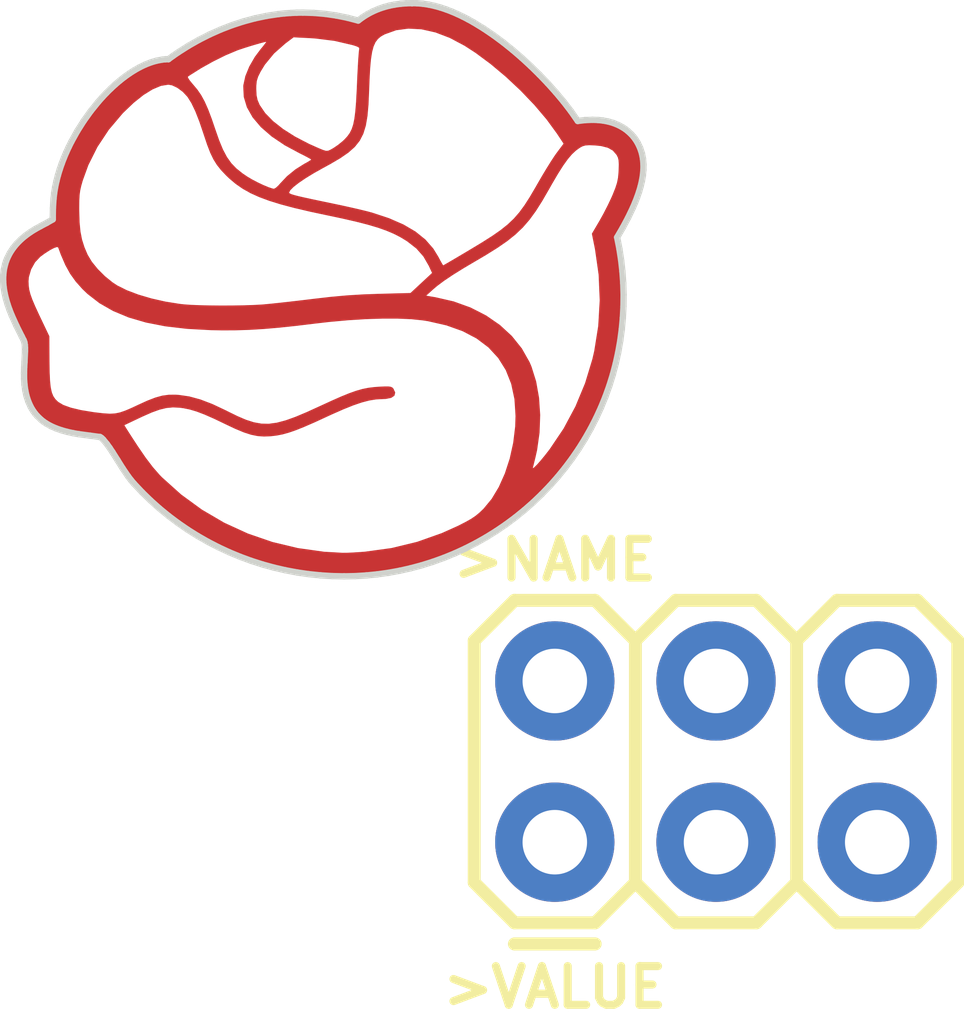
<source format=kicad_pcb>
(kicad_pcb (version 20171130) (host pcbnew 5.1.2)

  (general
    (thickness 1.6)
    (drawings 242)
    (tracks 0)
    (zones 0)
    (modules 2)
    (nets 1)
  )

  (page A4)
  (layers
    (0 F.Cu signal)
    (31 B.Cu signal)
    (32 B.Adhes user)
    (33 F.Adhes user)
    (34 B.Paste user)
    (35 F.Paste user)
    (36 B.SilkS user)
    (37 F.SilkS user)
    (38 B.Mask user)
    (39 F.Mask user)
    (40 Dwgs.User user)
    (41 Cmts.User user)
    (42 Eco1.User user)
    (43 Eco2.User user)
    (44 Edge.Cuts user)
    (45 Margin user)
    (46 B.CrtYd user)
    (47 F.CrtYd user)
    (48 B.Fab user)
    (49 F.Fab user)
  )

  (setup
    (last_trace_width 0.25)
    (trace_clearance 0.2)
    (zone_clearance 0.508)
    (zone_45_only no)
    (trace_min 0.2)
    (via_size 0.6)
    (via_drill 0.4)
    (via_min_size 0.4)
    (via_min_drill 0.3)
    (uvia_size 0.3)
    (uvia_drill 0.1)
    (uvias_allowed no)
    (uvia_min_size 0.2)
    (uvia_min_drill 0.1)
    (edge_width 0.15)
    (segment_width 0.2)
    (pcb_text_width 0.3)
    (pcb_text_size 1.5 1.5)
    (mod_edge_width 0.15)
    (mod_text_size 1 1)
    (mod_text_width 0.15)
    (pad_size 1.524 1.524)
    (pad_drill 0.762)
    (pad_to_mask_clearance 0.2)
    (aux_axis_origin 0 0)
    (visible_elements FFFFFF7F)
    (pcbplotparams
      (layerselection 0x010f0_80000001)
      (usegerberextensions false)
      (usegerberattributes false)
      (usegerberadvancedattributes false)
      (creategerberjobfile false)
      (excludeedgelayer true)
      (linewidth 0.100000)
      (plotframeref false)
      (viasonmask false)
      (mode 1)
      (useauxorigin false)
      (hpglpennumber 1)
      (hpglpenspeed 20)
      (hpglpendiameter 15.000000)
      (psnegative false)
      (psa4output false)
      (plotreference true)
      (plotvalue true)
      (plotinvisibletext false)
      (padsonsilk false)
      (subtractmaskfromsilk false)
      (outputformat 1)
      (mirror false)
      (drillshape 1)
      (scaleselection 1)
      (outputdirectory "gerbers/"))
  )

  (net 0 "")

  (net_class Default "This is the default net class."
    (clearance 0.2)
    (trace_width 0.25)
    (via_dia 0.6)
    (via_drill 0.4)
    (uvia_dia 0.3)
    (uvia_drill 0.1)
  )

  (module Sparkfun_Connectors:2X3 (layer F.Cu) (tedit 5963E22E) (tstamp 5D17D982)
    (at -3.048 2.286)
    (descr "PLATED THROUGH HOLE - 2X3")
    (tags "PLATED THROUGH HOLE - 2X3")
    (attr virtual)
    (fp_text reference >NAME (at 0 -4.445) (layer F.SilkS)
      (effects (font (size 0.6096 0.6096) (thickness 0.127)))
    )
    (fp_text value >VALUE (at 0 2.286) (layer F.SilkS)
      (effects (font (size 0.6096 0.6096) (thickness 0.127)))
    )
    (fp_line (start -0.635 1.60274) (end 0.635 1.60274) (layer F.SilkS) (width 0.2032))
    (fp_line (start 0.635 1.60274) (end -0.635 1.60274) (layer F.SilkS) (width 0.2032))
    (fp_line (start -0.635 1.27) (end 0.635 1.27) (layer F.SilkS) (width 0.2032))
    (fp_line (start 1.905 1.27) (end 3.175 1.27) (layer F.SilkS) (width 0.2032))
    (fp_line (start 4.445 1.27) (end 5.715 1.27) (layer F.SilkS) (width 0.2032))
    (fp_line (start 6.35 -3.175) (end 6.35 0.635) (layer F.SilkS) (width 0.2032))
    (fp_line (start 3.81 -3.175) (end 3.81 0.635) (layer F.SilkS) (width 0.2032))
    (fp_line (start 1.27 -3.175) (end 1.27 0.635) (layer F.SilkS) (width 0.2032))
    (fp_line (start 5.715 -3.81) (end 6.35 -3.175) (layer F.SilkS) (width 0.2032))
    (fp_line (start 4.445 -3.81) (end 5.715 -3.81) (layer F.SilkS) (width 0.2032))
    (fp_line (start 3.81 -3.175) (end 4.445 -3.81) (layer F.SilkS) (width 0.2032))
    (fp_line (start 3.175 -3.81) (end 3.81 -3.175) (layer F.SilkS) (width 0.2032))
    (fp_line (start 1.905 -3.81) (end 3.175 -3.81) (layer F.SilkS) (width 0.2032))
    (fp_line (start 1.27 -3.175) (end 1.905 -3.81) (layer F.SilkS) (width 0.2032))
    (fp_line (start 0.635 -3.81) (end 1.27 -3.175) (layer F.SilkS) (width 0.2032))
    (fp_line (start -0.635 -3.81) (end 0.635 -3.81) (layer F.SilkS) (width 0.2032))
    (fp_line (start -1.27 -3.175) (end -0.635 -3.81) (layer F.SilkS) (width 0.2032))
    (fp_line (start -1.27 0.635) (end -1.27 -3.175) (layer F.SilkS) (width 0.2032))
    (fp_line (start 5.715 1.27) (end 6.35 0.635) (layer F.SilkS) (width 0.2032))
    (fp_line (start 3.81 0.635) (end 4.445 1.27) (layer F.SilkS) (width 0.2032))
    (fp_line (start 3.175 1.27) (end 3.81 0.635) (layer F.SilkS) (width 0.2032))
    (fp_line (start 1.27 0.635) (end 1.905 1.27) (layer F.SilkS) (width 0.2032))
    (fp_line (start 0.635 1.27) (end 1.27 0.635) (layer F.SilkS) (width 0.2032))
    (fp_line (start -1.27 0.635) (end -0.635 1.27) (layer F.SilkS) (width 0.2032))
    (pad 6 thru_hole circle (at 5.08 -2.54) (size 1.8796 1.8796) (drill 1.016) (layers *.Cu *.Mask)
      (solder_mask_margin 0.1016))
    (pad 5 thru_hole circle (at 5.08 0) (size 1.8796 1.8796) (drill 1.016) (layers *.Cu *.Mask)
      (solder_mask_margin 0.1016))
    (pad 4 thru_hole circle (at 2.54 -2.54) (size 1.8796 1.8796) (drill 1.016) (layers *.Cu *.Mask)
      (solder_mask_margin 0.1016))
    (pad 3 thru_hole circle (at 2.54 0) (size 1.8796 1.8796) (drill 1.016) (layers *.Cu *.Mask)
      (solder_mask_margin 0.1016))
    (pad 2 thru_hole circle (at 0 -2.54) (size 1.8796 1.8796) (drill 1.016) (layers *.Cu *.Mask)
      (solder_mask_margin 0.1016))
    (pad 1 thru_hole circle (at 0 0) (size 1.8796 1.8796) (drill 1.016) (layers *.Cu *.Mask)
      (solder_mask_margin 0.1016))
  )

  (module LOGO (layer F.Cu) (tedit 0) (tstamp 0)
    (at 0 0)
    (fp_text reference G*** (at 0 0) (layer F.SilkS) hide
      (effects (font (size 1.524 1.524) (thickness 0.3)))
    )
    (fp_text value LOGO (at 0.75 0) (layer F.SilkS) hide
      (effects (font (size 1.524 1.524) (thickness 0.3)))
    )
    (fp_poly (pts (xy -5.114668 -10.902395) (xy -4.953843 -10.879276) (xy -4.795776 -10.836561) (xy -4.627051 -10.770991)
      (xy -4.520312 -10.721826) (xy -4.29622 -10.60014) (xy -4.059815 -10.446482) (xy -3.817872 -10.266667)
      (xy -3.577165 -10.066509) (xy -3.34447 -9.851822) (xy -3.126561 -9.62842) (xy -2.930214 -9.402118)
      (xy -2.82575 -9.267601) (xy -2.677584 -9.067475) (xy -2.524239 -9.076764) (xy -2.328778 -9.072613)
      (xy -2.150516 -9.036909) (xy -1.993607 -8.97161) (xy -1.862205 -8.878674) (xy -1.760463 -8.760056)
      (xy -1.726468 -8.700844) (xy -1.687565 -8.614731) (xy -1.663805 -8.536256) (xy -1.651998 -8.449681)
      (xy -1.648955 -8.339266) (xy -1.649063 -8.318926) (xy -1.667089 -8.138379) (xy -1.717334 -7.937051)
      (xy -1.798214 -7.719647) (xy -1.908145 -7.490873) (xy -1.95819 -7.400217) (xy -2.053611 -7.233351)
      (xy -2.021678 -7.050967) (xy -1.970853 -6.648708) (xy -1.956785 -6.239167) (xy -1.979104 -5.830389)
      (xy -2.037444 -5.430415) (xy -2.109761 -5.122334) (xy -2.243198 -4.719618) (xy -2.41416 -4.33416)
      (xy -2.620562 -3.968275) (xy -2.860321 -3.624279) (xy -3.131351 -3.304487) (xy -3.431571 -3.011214)
      (xy -3.758894 -2.746777) (xy -4.111237 -2.51349) (xy -4.486516 -2.31367) (xy -4.735037 -2.205507)
      (xy -5.118702 -2.07368) (xy -5.518231 -1.976862) (xy -5.925767 -1.916262) (xy -6.333453 -1.893089)
      (xy -6.688667 -1.904815) (xy -7.113712 -1.958158) (xy -7.529662 -2.050672) (xy -7.933259 -2.180845)
      (xy -8.321247 -2.347164) (xy -8.690367 -2.548118) (xy -9.037363 -2.782193) (xy -9.358977 -3.047877)
      (xy -9.549072 -3.232857) (xy -9.675746 -3.376434) (xy -9.809539 -3.550404) (xy -9.931486 -3.727415)
      (xy -9.999011 -3.829319) (xy -10.060409 -3.919694) (xy -10.111219 -3.992152) (xy -10.146981 -4.040303)
      (xy -10.161414 -4.056761) (xy -10.193732 -4.069545) (xy -10.258239 -4.085519) (xy -10.345133 -4.102513)
      (xy -10.430665 -4.116344) (xy -10.648988 -4.15526) (xy -10.830221 -4.203789) (xy -10.979037 -4.264609)
      (xy -11.100109 -4.340401) (xy -11.198107 -4.433841) (xy -11.277705 -4.54761) (xy -11.317726 -4.624917)
      (xy -11.337765 -4.669522) (xy -11.352903 -4.710294) (xy -11.364037 -4.754312) (xy -11.37206 -4.808653)
      (xy -11.377868 -4.880396) (xy -11.382356 -4.976618) (xy -11.386419 -5.104397) (xy -11.388666 -5.185834)
      (xy -11.400399 -5.61975) (xy -11.501115 -5.818816) (xy -11.579933 -5.981432) (xy -11.637691 -6.118912)
      (xy -11.677211 -6.241069) (xy -11.701317 -6.357718) (xy -11.71283 -6.478676) (xy -11.714647 -6.55222)
      (xy -11.345216 -6.55222) (xy -11.342606 -6.482906) (xy -11.333292 -6.416221) (xy -11.314802 -6.344595)
      (xy -11.284667 -6.260457) (xy -11.240417 -6.156239) (xy -11.179581 -6.024369) (xy -11.158345 -5.979584)
      (xy -11.01725 -5.68325) (xy -11.014929 -5.286624) (xy -11.012429 -5.116158) (xy -11.006298 -4.981982)
      (xy -10.995244 -4.87812) (xy -10.977978 -4.798591) (xy -10.953206 -4.73742) (xy -10.919639 -4.688627)
      (xy -10.876738 -4.646867) (xy -10.79498 -4.597883) (xy -10.67309 -4.554021) (xy -10.513023 -4.515828)
      (xy -10.316733 -4.483853) (xy -10.276417 -4.47864) (xy -10.155995 -4.464935) (xy -10.060273 -4.459122)
      (xy -9.978419 -4.463181) (xy -9.899601 -4.479094) (xy -9.812986 -4.508842) (xy -9.707742 -4.554405)
      (xy -9.608844 -4.600729) (xy -9.460418 -4.667962) (xy -9.337759 -4.714943) (xy -9.2309 -4.744114)
      (xy -9.129871 -4.757915) (xy -9.024703 -4.758789) (xy -8.975651 -4.755793) (xy -8.810414 -4.73204)
      (xy -8.63458 -4.684397) (xy -8.442024 -4.610812) (xy -8.226622 -4.509235) (xy -8.202673 -4.496987)
      (xy -8.049422 -4.421333) (xy -7.913798 -4.363552) (xy -7.789715 -4.323993) (xy -7.671086 -4.302999)
      (xy -7.551823 -4.300918) (xy -7.425841 -4.318094) (xy -7.287053 -4.354873) (xy -7.129372 -4.411602)
      (xy -6.946711 -4.488625) (xy -6.74719 -4.579656) (xy -6.563603 -4.664133) (xy -6.411197 -4.731196)
      (xy -6.283588 -4.782947) (xy -6.174391 -4.821489) (xy -6.077222 -4.848925) (xy -5.985697 -4.867359)
      (xy -5.89343 -4.878891) (xy -5.822786 -4.884112) (xy -5.728018 -4.888682) (xy -5.66635 -4.88845)
      (xy -5.628711 -4.882328) (xy -5.60603 -4.869224) (xy -5.595245 -4.856764) (xy -5.567611 -4.797264)
      (xy -5.579157 -4.750457) (xy -5.628226 -4.717871) (xy -5.713164 -4.701037) (xy -5.766043 -4.699)
      (xy -5.867021 -4.693595) (xy -5.97418 -4.676176) (xy -6.093165 -4.64494) (xy -6.229617 -4.598086)
      (xy -6.38918 -4.53381) (xy -6.577496 -4.45031) (xy -6.651311 -4.416178) (xy -6.839219 -4.329947)
      (xy -6.995904 -4.261577) (xy -7.127465 -4.208951) (xy -7.240001 -4.169956) (xy -7.339614 -4.142475)
      (xy -7.432403 -4.124393) (xy -7.523732 -4.113657) (xy -7.630208 -4.109272) (xy -7.730962 -4.116506)
      (xy -7.834256 -4.137576) (xy -7.948353 -4.174701) (xy -8.081518 -4.230101) (xy -8.242013 -4.305993)
      (xy -8.244417 -4.307175) (xy -8.419522 -4.390902) (xy -8.565639 -4.455076) (xy -8.68989 -4.502241)
      (xy -8.799397 -4.534939) (xy -8.901284 -4.555711) (xy -8.962866 -4.563626) (xy -9.066155 -4.568199)
      (xy -9.167712 -4.558481) (xy -9.276395 -4.532234) (xy -9.401062 -4.487223) (xy -9.550569 -4.421209)
      (xy -9.577917 -4.408296) (xy -9.671966 -4.363598) (xy -9.75101 -4.326085) (xy -9.807853 -4.299168)
      (xy -9.835299 -4.286258) (xy -9.836691 -4.285631) (xy -9.827196 -4.26827) (xy -9.797914 -4.22112)
      (xy -9.752378 -4.14972) (xy -9.694121 -4.05961) (xy -9.627064 -3.956921) (xy -9.500708 -3.772033)
      (xy -9.385515 -3.620355) (xy -9.276797 -3.495843) (xy -9.24129 -3.459433) (xy -8.938437 -3.187414)
      (xy -8.610255 -2.948231) (xy -8.259477 -2.74303) (xy -7.888841 -2.572953) (xy -7.501081 -2.439144)
      (xy -7.098932 -2.342748) (xy -6.685129 -2.284909) (xy -6.392334 -2.268031) (xy -6.322251 -2.268763)
      (xy -6.224557 -2.272973) (xy -6.113765 -2.279921) (xy -6.0325 -2.286339) (xy -5.618552 -2.343193)
      (xy -5.215908 -2.440841) (xy -4.82475 -2.579232) (xy -4.574872 -2.691929) (xy -4.456213 -2.751934)
      (xy -4.366115 -2.802685) (xy -4.294063 -2.851214) (xy -4.229542 -2.904551) (xy -4.167114 -2.9646)
      (xy -4.039547 -3.118834) (xy -3.926572 -3.306745) (xy -3.830557 -3.521484) (xy -3.753866 -3.7562)
      (xy -3.698868 -4.004041) (xy -3.667927 -4.258157) (xy -3.661834 -4.427499) (xy -3.679039 -4.693844)
      (xy -3.730583 -4.935471) (xy -3.816363 -5.152271) (xy -3.936275 -5.344136) (xy -4.090213 -5.51096)
      (xy -4.278074 -5.652633) (xy -4.499753 -5.76905) (xy -4.755146 -5.860101) (xy -5.044149 -5.925678)
      (xy -5.125112 -5.938591) (xy -5.305332 -5.957399) (xy -5.520328 -5.966822) (xy -5.763639 -5.967051)
      (xy -6.028805 -5.958278) (xy -6.309365 -5.940693) (xy -6.598859 -5.914489) (xy -6.82625 -5.888246)
      (xy -7.126726 -5.851943) (xy -7.393764 -5.823719) (xy -7.635381 -5.803068) (xy -7.859593 -5.789486)
      (xy -8.074416 -5.782464) (xy -8.287866 -5.781499) (xy -8.465185 -5.784807) (xy -8.84183 -5.805268)
      (xy -9.182357 -5.845033) (xy -9.48862 -5.904693) (xy -9.762474 -5.98484) (xy -10.005774 -6.086068)
      (xy -10.220376 -6.208967) (xy -10.408134 -6.354131) (xy -10.488084 -6.430678) (xy -10.593159 -6.548255)
      (xy -10.680581 -6.670383) (xy -10.756385 -6.807445) (xy -10.826609 -6.969824) (xy -10.869899 -7.087502)
      (xy -10.892161 -7.094565) (xy -10.94063 -7.078365) (xy -11.00865 -7.04233) (xy -11.089568 -6.989884)
      (xy -11.158462 -6.938928) (xy -11.241001 -6.851123) (xy -11.303977 -6.738403) (xy -11.339814 -6.616453)
      (xy -11.345216 -6.55222) (xy -11.714647 -6.55222) (xy -11.714892 -6.562112) (xy -11.714408 -6.664861)
      (xy -11.710388 -6.738302) (xy -11.700387 -6.795448) (xy -11.681962 -6.84931) (xy -11.652668 -6.912902)
      (xy -11.646715 -6.925039) (xy -11.555041 -7.068279) (xy -11.426124 -7.204877) (xy -11.265013 -7.330071)
      (xy -11.132574 -7.410116) (xy -10.95375 -7.507149) (xy -10.941053 -7.710986) (xy -10.546225 -7.710986)
      (xy -10.545998 -7.658338) (xy -10.540995 -7.481465) (xy -10.527038 -7.33467) (xy -10.501879 -7.20623)
      (xy -10.46327 -7.084424) (xy -10.413451 -6.9671) (xy -10.347284 -6.85649) (xy -10.252419 -6.739459)
      (xy -10.138973 -6.626482) (xy -10.017064 -6.528032) (xy -9.942086 -6.479129) (xy -9.791671 -6.404288)
      (xy -9.608676 -6.335177) (xy -9.402752 -6.274541) (xy -9.183546 -6.225126) (xy -8.960707 -6.189678)
      (xy -8.900584 -6.182796) (xy -8.791928 -6.174593) (xy -8.650691 -6.168584) (xy -8.486568 -6.164781)
      (xy -8.309254 -6.16319) (xy -8.128444 -6.163823) (xy -7.953834 -6.166686) (xy -7.795119 -6.171791)
      (xy -7.661994 -6.179145) (xy -7.630584 -6.181612) (xy -7.535213 -6.190621) (xy -7.407669 -6.203944)
      (xy -7.257763 -6.220486) (xy -7.095309 -6.239153) (xy -6.930119 -6.258849) (xy -6.847417 -6.269008)
      (xy -6.576529 -6.30007) (xy -6.354193 -6.320221) (xy -5.085217 -6.320221) (xy -4.927493 -6.293581)
      (xy -4.642216 -6.228024) (xy -4.376579 -6.132179) (xy -4.13366 -6.008269) (xy -3.916538 -5.85852)
      (xy -3.728291 -5.685156) (xy -3.571998 -5.490402) (xy -3.450738 -5.276481) (xy -3.419722 -5.204054)
      (xy -3.346845 -4.971123) (xy -3.301176 -4.714541) (xy -3.283114 -4.443418) (xy -3.293058 -4.166865)
      (xy -3.331408 -3.893995) (xy -3.357183 -3.77825) (xy -3.375914 -3.703177) (xy -3.391718 -3.639719)
      (xy -3.399366 -3.608917) (xy -3.394058 -3.597927) (xy -3.367145 -3.616827) (xy -3.322376 -3.661602)
      (xy -3.2635 -3.72824) (xy -3.194263 -3.812727) (xy -3.123534 -3.904237) (xy -2.905567 -4.22797)
      (xy -2.718943 -4.576566) (xy -2.566639 -4.943466) (xy -2.451633 -5.322109) (xy -2.422028 -5.450136)
      (xy -2.358854 -5.846513) (xy -2.335758 -6.250311) (xy -2.352774 -6.655229) (xy -2.409929 -7.054971)
      (xy -2.414118 -7.076082) (xy -2.458931 -7.298742) (xy -2.338928 -7.502644) (xy -2.276675 -7.61451)
      (xy -2.211385 -7.741739) (xy -2.15354 -7.863563) (xy -2.132354 -7.911982) (xy -2.089885 -8.017944)
      (xy -2.062794 -8.102219) (xy -2.047153 -8.180793) (xy -2.039029 -8.269652) (xy -2.037622 -8.297334)
      (xy -2.034989 -8.391303) (xy -2.038474 -8.455367) (xy -2.049776 -8.50172) (xy -2.070594 -8.542559)
      (xy -2.072128 -8.545015) (xy -2.130205 -8.612029) (xy -2.209942 -8.657741) (xy -2.318173 -8.685128)
      (xy -2.416823 -8.695126) (xy -2.505575 -8.698525) (xy -2.56612 -8.69458) (xy -2.612259 -8.681198)
      (xy -2.652902 -8.65934) (xy -2.718024 -8.61277) (xy -2.78216 -8.55252) (xy -2.848716 -8.474025)
      (xy -2.921093 -8.372717) (xy -3.002694 -8.244031) (xy -3.096923 -8.083399) (xy -3.143499 -8.001)
      (xy -3.250987 -7.815137) (xy -3.351375 -7.657093) (xy -3.450606 -7.521026) (xy -3.554626 -7.401098)
      (xy -3.669381 -7.291469) (xy -3.800816 -7.186298) (xy -3.954876 -7.079747) (xy -4.137505 -6.965974)
      (xy -4.28625 -6.878492) (xy -4.49016 -6.758096) (xy -4.659074 -6.652884) (xy -4.79653 -6.560507)
      (xy -4.906065 -6.478613) (xy -4.971484 -6.423144) (xy -5.085217 -6.320221) (xy -6.354193 -6.320221)
      (xy -6.328374 -6.322561) (xy -6.084543 -6.337889) (xy -5.826629 -6.347461) (xy -5.819175 -6.347656)
      (xy -5.320099 -6.360584) (xy -4.976117 -6.680316) (xy -5.029135 -6.79475) (xy -5.114689 -6.943176)
      (xy -5.226155 -7.069522) (xy -5.371636 -7.18296) (xy -5.372795 -7.183731) (xy -5.472346 -7.245009)
      (xy -5.579376 -7.300316) (xy -5.698942 -7.351304) (xy -5.836099 -7.399625) (xy -5.995901 -7.446931)
      (xy -6.183403 -7.494876) (xy -6.403661 -7.545111) (xy -6.614543 -7.589641) (xy -6.900197 -7.650515)
      (xy -7.147942 -7.70847) (xy -7.361959 -7.765146) (xy -7.546426 -7.822182) (xy -7.705522 -7.881217)
      (xy -7.843427 -7.94389) (xy -7.850986 -7.948139) (xy -7.239 -7.948139) (xy -7.235821 -7.938204)
      (xy -7.223626 -7.928207) (xy -7.198427 -7.91713) (xy -7.156237 -7.903954) (xy -7.093069 -7.887663)
      (xy -7.004936 -7.867237) (xy -6.88785 -7.841659) (xy -6.737824 -7.809911) (xy -6.550871 -7.770975)
      (xy -6.520029 -7.764583) (xy -6.378438 -7.73447) (xy -6.237473 -7.703102) (xy -6.107548 -7.672895)
      (xy -5.999074 -7.646266) (xy -5.926699 -7.626867) (xy -5.661396 -7.539221) (xy -5.435046 -7.440549)
      (xy -5.245345 -7.329319) (xy -5.089991 -7.203998) (xy -4.96668 -7.063054) (xy -4.88851 -6.936003)
      (xy -4.852642 -6.868352) (xy -4.824435 -6.818327) (xy -4.809143 -6.795177) (xy -4.808174 -6.794579)
      (xy -4.788739 -6.804921) (xy -4.738106 -6.833989) (xy -4.661408 -6.878777) (xy -4.563776 -6.936279)
      (xy -4.450343 -7.003489) (xy -4.374258 -7.048758) (xy -4.1849 -7.163302) (xy -4.02745 -7.26366)
      (xy -3.896316 -7.355292) (xy -3.785909 -7.443657) (xy -3.690636 -7.534214) (xy -3.604908 -7.632424)
      (xy -3.523132 -7.743745) (xy -3.439719 -7.873639) (xy -3.349076 -8.027564) (xy -3.320442 -8.077825)
      (xy -3.249529 -8.200318) (xy -3.176836 -8.321317) (xy -3.108176 -8.431464) (xy -3.04936 -8.521398)
      (xy -3.013038 -8.572854) (xy -2.903992 -8.717931) (xy -3.011679 -8.880316) (xy -3.172873 -9.101234)
      (xy -3.365885 -9.328812) (xy -3.582684 -9.555416) (xy -3.815241 -9.773416) (xy -4.055525 -9.975178)
      (xy -4.295507 -10.15307) (xy -4.468677 -10.265156) (xy -4.701447 -10.388465) (xy -4.928295 -10.474828)
      (xy -5.146918 -10.52392) (xy -5.355018 -10.535413) (xy -5.550292 -10.508982) (xy -5.73044 -10.444301)
      (xy -5.730983 -10.444036) (xy -5.790387 -10.410211) (xy -5.838892 -10.369577) (xy -5.877767 -10.317586)
      (xy -5.908278 -10.249692) (xy -5.931695 -10.161348) (xy -5.949286 -10.048005) (xy -5.962318 -9.905116)
      (xy -5.972059 -9.728136) (xy -5.978405 -9.55675) (xy -5.988093 -9.337756) (xy -6.004177 -9.155118)
      (xy -6.030115 -9.002961) (xy -6.069366 -8.875411) (xy -6.125388 -8.766592) (xy -6.201639 -8.670631)
      (xy -6.301578 -8.581652) (xy -6.428663 -8.493779) (xy -6.586352 -8.401139) (xy -6.692832 -8.343105)
      (xy -6.843014 -8.259202) (xy -6.974886 -8.178657) (xy -7.084435 -8.104374) (xy -7.167647 -8.039254)
      (xy -7.220506 -7.986202) (xy -7.239 -7.948139) (xy -7.850986 -7.948139) (xy -7.96432 -8.011841)
      (xy -8.07238 -8.086708) (xy -8.171786 -8.170131) (xy -8.225557 -8.221521) (xy -8.304582 -8.304984)
      (xy -8.368931 -8.385959) (xy -8.423333 -8.473135) (xy -8.47252 -8.575201) (xy -8.521224 -8.70085)
      (xy -8.574174 -8.858769) (xy -8.576564 -8.866245) (xy -8.644574 -9.067153) (xy -8.708349 -9.229615)
      (xy -8.769408 -9.357124) (xy -8.829269 -9.453174) (xy -8.835174 -9.461086) (xy -8.907645 -9.538357)
      (xy -8.992319 -9.600951) (xy -9.077019 -9.641151) (xy -9.136375 -9.652) (xy -9.25416 -9.633133)
      (xy -9.387028 -9.577736) (xy -9.532109 -9.48762) (xy -9.686535 -9.364596) (xy -9.847437 -9.210472)
      (xy -9.864634 -9.192513) (xy -10.078714 -8.939426) (xy -10.258613 -8.667967) (xy -10.401564 -8.3828)
      (xy -10.490309 -8.138584) (xy -10.514406 -8.054211) (xy -10.530617 -7.981581) (xy -10.540372 -7.908377)
      (xy -10.545099 -7.822284) (xy -10.546225 -7.710986) (xy -10.941053 -7.710986) (xy -10.940676 -7.717033)
      (xy -10.924604 -7.898933) (xy -10.898635 -8.058471) (xy -10.858837 -8.215195) (xy -10.811187 -8.360834)
      (xy -10.698957 -8.633271) (xy -10.558743 -8.897875) (xy -10.395168 -9.148652) (xy -10.212853 -9.379609)
      (xy -10.01642 -9.584754) (xy -9.81049 -9.758093) (xy -9.784504 -9.775453) (xy -8.834922 -9.775453)
      (xy -8.831609 -9.754378) (xy -8.804322 -9.711681) (xy -8.758717 -9.655975) (xy -8.750446 -9.646811)
      (xy -8.682806 -9.566246) (xy -8.623348 -9.479337) (xy -8.5685 -9.378899) (xy -8.514692 -9.257749)
      (xy -8.458352 -9.108702) (xy -8.404588 -8.95102) (xy -8.341518 -8.7705) (xy -8.281092 -8.624611)
      (xy -8.21856 -8.506305) (xy -8.149171 -8.408531) (xy -8.068175 -8.324239) (xy -7.970821 -8.24638)
      (xy -7.895167 -8.195005) (xy -7.818734 -8.149705) (xy -7.730171 -8.103444) (xy -7.639975 -8.060993)
      (xy -7.558643 -8.027119) (xy -7.496669 -8.006593) (xy -7.471834 -8.002666) (xy -7.441188 -8.018446)
      (xy -7.398063 -8.058151) (xy -7.372297 -8.087834) (xy -7.26485 -8.201346) (xy -7.133428 -8.30859)
      (xy -6.995621 -8.395274) (xy -6.990821 -8.3978) (xy -6.93149 -8.430589) (xy -6.891011 -8.456383)
      (xy -6.879217 -8.467721) (xy -6.896949 -8.481392) (xy -6.944502 -8.508291) (xy -7.013343 -8.543731)
      (xy -7.052627 -8.562971) (xy -7.298588 -8.694821) (xy -7.506548 -8.8346) (xy -7.675815 -8.981475)
      (xy -7.805691 -9.134612) (xy -7.895483 -9.293178) (xy -7.944496 -9.45634) (xy -7.949986 -9.577917)
      (xy -7.756705 -9.577917) (xy -7.75215 -9.480722) (xy -7.736249 -9.405106) (xy -7.704574 -9.330887)
      (xy -7.700971 -9.323917) (xy -7.61495 -9.197241) (xy -7.490282 -9.06984) (xy -7.330524 -8.944321)
      (xy -7.139232 -8.823289) (xy -6.919961 -8.70935) (xy -6.773334 -8.644171) (xy -6.701466 -8.614497)
      (xy -6.654822 -8.600241) (xy -6.619149 -8.601538) (xy -6.580194 -8.618523) (xy -6.532058 -8.646448)
      (xy -6.460507 -8.695107) (xy -6.386462 -8.755433) (xy -6.361521 -8.77874) (xy -6.313863 -8.830071)
      (xy -6.275197 -8.883736) (xy -6.244325 -8.945021) (xy -6.220053 -9.019209) (xy -6.201181 -9.111586)
      (xy -6.186514 -9.227435) (xy -6.174855 -9.372042) (xy -6.165006 -9.55069) (xy -6.159752 -9.669565)
      (xy -6.153407 -9.8103) (xy -6.146694 -9.938813) (xy -6.140039 -10.048381) (xy -6.133867 -10.132283)
      (xy -6.128602 -10.183796) (xy -6.126541 -10.194979) (xy -6.123594 -10.221654) (xy -6.139059 -10.241062)
      (xy -6.181204 -10.259342) (xy -6.235967 -10.276199) (xy -6.517585 -10.341617) (xy -6.820575 -10.379523)
      (xy -6.9215 -10.385984) (xy -7.164917 -10.398324) (xy -7.296999 -10.298693) (xy -7.474579 -10.141951)
      (xy -7.619483 -9.965635) (xy -7.687759 -9.854391) (xy -7.727046 -9.775028) (xy -7.74801 -9.708409)
      (xy -7.755961 -9.633241) (xy -7.756705 -9.577917) (xy -7.949986 -9.577917) (xy -7.952035 -9.623265)
      (xy -7.9505 -9.639955) (xy -7.91967 -9.780054) (xy -7.858002 -9.931172) (xy -7.770771 -10.082241)
      (xy -7.684939 -10.197042) (xy -7.635458 -10.257675) (xy -7.600507 -10.303683) (xy -7.585677 -10.327577)
      (xy -7.586182 -10.329334) (xy -7.619297 -10.323223) (xy -7.682202 -10.306948) (xy -7.76448 -10.283596)
      (xy -7.855715 -10.256255) (xy -7.945492 -10.228012) (xy -8.023393 -10.201954) (xy -8.057446 -10.189656)
      (xy -8.235494 -10.114529) (xy -8.428738 -10.019119) (xy -8.621296 -9.911887) (xy -8.797287 -9.801294)
      (xy -8.834922 -9.775453) (xy -9.784504 -9.775453) (xy -9.652 -9.86397) (xy -9.544286 -9.921125)
      (xy -9.429907 -9.970722) (xy -9.320784 -10.008393) (xy -9.228841 -10.029769) (xy -9.190585 -10.033)
      (xy -9.13842 -10.046565) (xy -9.058783 -10.085786) (xy -8.956069 -10.148455) (xy -8.941209 -10.158237)
      (xy -8.613035 -10.35316) (xy -8.273109 -10.511353) (xy -7.92474 -10.632148) (xy -7.571236 -10.71488)
      (xy -7.215906 -10.758882) (xy -6.862061 -10.763486) (xy -6.513008 -10.728027) (xy -6.311023 -10.688131)
      (xy -6.225007 -10.668497) (xy -6.169341 -10.658711) (xy -6.133223 -10.658693) (xy -6.105851 -10.668362)
      (xy -6.07819 -10.68639) (xy -5.903631 -10.788442) (xy -5.712545 -10.858533) (xy -5.499489 -10.898206)
      (xy -5.291667 -10.909177) (xy -5.114668 -10.902395)) (layer F.Cu) (width 0.01))
  )

  (gr_line (start -5.29722 -10.93116) (end -5.29722 -10.93116) (layer Edge.Cuts) (width 0.1))
  (gr_line (start -5.29722 -10.93116) (end -5.390488 -10.928714) (layer Edge.Cuts) (width 0.1))
  (gr_line (start -5.390488 -10.928714) (end -5.478797 -10.921642) (layer Edge.Cuts) (width 0.1))
  (gr_line (start -5.478797 -10.921642) (end -5.571424 -10.908809) (layer Edge.Cuts) (width 0.1))
  (gr_line (start -5.571424 -10.908809) (end -5.658164 -10.891284) (layer Edge.Cuts) (width 0.1))
  (gr_line (start -5.658164 -10.891284) (end -5.74853 -10.866756) (layer Edge.Cuts) (width 0.1))
  (gr_line (start -5.74853 -10.866756) (end -5.831873 -10.837803) (layer Edge.Cuts) (width 0.1))
  (gr_line (start -5.831873 -10.837803) (end -5.918282 -10.800525) (layer Edge.Cuts) (width 0.1))
  (gr_line (start -5.918282 -10.800525) (end -5.996165 -10.759673) (layer Edge.Cuts) (width 0.1))
  (gr_line (start -5.996165 -10.759673) (end -6.076518 -10.709088) (layer Edge.Cuts) (width 0.1))
  (gr_line (start -6.076518 -10.709088) (end -6.14614 -10.65699) (layer Edge.Cuts) (width 0.1))
  (gr_line (start -6.14614 -10.65699) (end -6.317372 -10.701753) (layer Edge.Cuts) (width 0.1))
  (gr_line (start -6.317372 -10.701753) (end -6.490656 -10.736887) (layer Edge.Cuts) (width 0.1))
  (gr_line (start -6.490656 -10.736887) (end -6.665821 -10.762203) (layer Edge.Cuts) (width 0.1))
  (gr_line (start -6.665821 -10.762203) (end -6.842161 -10.777473) (layer Edge.Cuts) (width 0.1))
  (gr_line (start -6.842161 -10.777473) (end -7.01919 -10.78258) (layer Edge.Cuts) (width 0.1))
  (gr_line (start -7.01919 -10.78258) (end -7.114656 -10.78112) (layer Edge.Cuts) (width 0.1))
  (gr_line (start -7.114656 -10.78112) (end -7.20869 -10.776836) (layer Edge.Cuts) (width 0.1))
  (gr_line (start -7.20869 -10.776836) (end -7.303966 -10.769625) (layer Edge.Cuts) (width 0.1))
  (gr_line (start -7.303966 -10.769625) (end -7.397627 -10.759727) (layer Edge.Cuts) (width 0.1))
  (gr_line (start -7.397627 -10.759727) (end -7.58544 -10.731504) (layer Edge.Cuts) (width 0.1))
  (gr_line (start -7.58544 -10.731504) (end -7.771162 -10.6926) (layer Edge.Cuts) (width 0.1))
  (gr_line (start -7.771162 -10.6926) (end -7.954628 -10.643382) (layer Edge.Cuts) (width 0.1))
  (gr_line (start -7.954628 -10.643382) (end -8.134821 -10.584491) (layer Edge.Cuts) (width 0.1))
  (gr_line (start -8.134821 -10.584491) (end -8.312064 -10.516177) (layer Edge.Cuts) (width 0.1))
  (gr_line (start -8.312064 -10.516177) (end -8.48551 -10.439069) (layer Edge.Cuts) (width 0.1))
  (gr_line (start -8.48551 -10.439069) (end -8.654864 -10.353582) (layer Edge.Cuts) (width 0.1))
  (gr_line (start -8.654864 -10.353582) (end -8.81976 -10.260067) (layer Edge.Cuts) (width 0.1))
  (gr_line (start -8.81976 -10.260067) (end -8.980127 -10.15848) (layer Edge.Cuts) (width 0.1))
  (gr_line (start -8.980127 -10.15848) (end -9.063999 -10.100662) (layer Edge.Cuts) (width 0.1))
  (gr_line (start -9.063999 -10.100662) (end -9.13503 -10.0488) (layer Edge.Cuts) (width 0.1))
  (gr_line (start -9.13503 -10.0488) (end -9.13541 -10.0488) (layer Edge.Cuts) (width 0.1))
  (gr_line (start -9.13541 -10.0488) (end -9.181635 -10.047288) (layer Edge.Cuts) (width 0.1))
  (gr_line (start -9.181635 -10.047288) (end -9.228425 -10.042776) (layer Edge.Cuts) (width 0.1))
  (gr_line (start -9.228425 -10.042776) (end -9.323461 -10.025048) (layer Edge.Cuts) (width 0.1))
  (gr_line (start -9.323461 -10.025048) (end -9.412636 -9.998778) (layer Edge.Cuts) (width 0.1))
  (gr_line (start -9.412636 -9.998778) (end -9.502741 -9.963484) (layer Edge.Cuts) (width 0.1))
  (gr_line (start -9.502741 -9.963484) (end -9.586784 -9.923101) (layer Edge.Cuts) (width 0.1))
  (gr_line (start -9.586784 -9.923101) (end -9.670994 -9.875728) (layer Edge.Cuts) (width 0.1))
  (gr_line (start -9.670994 -9.875728) (end -9.749752 -9.825344) (layer Edge.Cuts) (width 0.1))
  (gr_line (start -9.749752 -9.825344) (end -9.828138 -9.769455) (layer Edge.Cuts) (width 0.1))
  (gr_line (start -9.828138 -9.769455) (end -9.90201 -9.711558) (layer Edge.Cuts) (width 0.1))
  (gr_line (start -9.90201 -9.711558) (end -9.975105 -9.649232) (layer Edge.Cuts) (width 0.1))
  (gr_line (start -9.975105 -9.649232) (end -10.044322 -9.585498) (layer Edge.Cuts) (width 0.1))
  (gr_line (start -10.044322 -9.585498) (end -10.112437 -9.518155) (layer Edge.Cuts) (width 0.1))
  (gr_line (start -10.112437 -9.518155) (end -10.177318 -9.449558) (layer Edge.Cuts) (width 0.1))
  (gr_line (start -10.177318 -9.449558) (end -10.24081 -9.377987) (layer Edge.Cuts) (width 0.1))
  (gr_line (start -10.24081 -9.377987) (end -10.360237 -9.230315) (layer Edge.Cuts) (width 0.1))
  (gr_line (start -10.360237 -9.230315) (end -10.47098 -9.075774) (layer Edge.Cuts) (width 0.1))
  (gr_line (start -10.47098 -9.075774) (end -10.572705 -8.915179) (layer Edge.Cuts) (width 0.1))
  (gr_line (start -10.572705 -8.915179) (end -10.664828 -8.749295) (layer Edge.Cuts) (width 0.1))
  (gr_line (start -10.664828 -8.749295) (end -10.707315 -8.66404) (layer Edge.Cuts) (width 0.1))
  (gr_line (start -10.707315 -8.66404) (end -10.746962 -8.577916) (layer Edge.Cuts) (width 0.1))
  (gr_line (start -10.746962 -8.577916) (end -10.784016 -8.490111) (layer Edge.Cuts) (width 0.1))
  (gr_line (start -10.784016 -8.490111) (end -10.817847 -8.401801) (layer Edge.Cuts) (width 0.1))
  (gr_line (start -10.817847 -8.401801) (end -10.848831 -8.311521) (layer Edge.Cuts) (width 0.1))
  (gr_line (start -10.848831 -8.311521) (end -10.876136 -8.221125) (layer Edge.Cuts) (width 0.1))
  (gr_line (start -10.876136 -8.221125) (end -10.90014 -8.128506) (layer Edge.Cuts) (width 0.1))
  (gr_line (start -10.90014 -8.128506) (end -10.919912 -8.036203) (layer Edge.Cuts) (width 0.1))
  (gr_line (start -10.919912 -8.036203) (end -10.935631 -7.941902) (layer Edge.Cuts) (width 0.1))
  (gr_line (start -10.935631 -7.941902) (end -10.94649 -7.84841) (layer Edge.Cuts) (width 0.1))
  (gr_line (start -10.94649 -7.84841) (end -10.955642 -7.703422) (layer Edge.Cuts) (width 0.1))
  (gr_line (start -10.955642 -7.703422) (end -10.95808 -7.55809) (layer Edge.Cuts) (width 0.1))
  (gr_line (start -10.95808 -7.55809) (end -10.95827 -7.52446) (layer Edge.Cuts) (width 0.1))
  (gr_line (start -10.95827 -7.52446) (end -11.054739 -7.469372) (layer Edge.Cuts) (width 0.1))
  (gr_line (start -11.054739 -7.469372) (end -11.15283 -7.41749) (layer Edge.Cuts) (width 0.1))
  (gr_line (start -11.15283 -7.41749) (end -11.236448 -7.371432) (layer Edge.Cuts) (width 0.1))
  (gr_line (start -11.236448 -7.371432) (end -11.31253 -7.323713) (layer Edge.Cuts) (width 0.1))
  (gr_line (start -11.31253 -7.323713) (end -11.389878 -7.267856) (layer Edge.Cuts) (width 0.1))
  (gr_line (start -11.389878 -7.267856) (end -11.458324 -7.210182) (layer Edge.Cuts) (width 0.1))
  (gr_line (start -11.458324 -7.210182) (end -11.525669 -7.142788) (layer Edge.Cuts) (width 0.1))
  (gr_line (start -11.525669 -7.142788) (end -11.582651 -7.073508) (layer Edge.Cuts) (width 0.1))
  (gr_line (start -11.582651 -7.073508) (end -11.63461 -6.994445) (layer Edge.Cuts) (width 0.1))
  (gr_line (start -11.63461 -6.994445) (end -11.675236 -6.913672) (layer Edge.Cuts) (width 0.1))
  (gr_line (start -11.675236 -6.913672) (end -11.692588 -6.869891) (layer Edge.Cuts) (width 0.1))
  (gr_line (start -11.692588 -6.869891) (end -11.707049 -6.825766) (layer Edge.Cuts) (width 0.1))
  (gr_line (start -11.707049 -6.825766) (end -11.727789 -6.736684) (layer Edge.Cuts) (width 0.1))
  (gr_line (start -11.727789 -6.736684) (end -11.738574 -6.644617) (layer Edge.Cuts) (width 0.1))
  (gr_line (start -11.738574 -6.644617) (end -11.73981 -6.552175) (layer Edge.Cuts) (width 0.1))
  (gr_line (start -11.73981 -6.552175) (end -11.732591 -6.460177) (layer Edge.Cuts) (width 0.1))
  (gr_line (start -11.732591 -6.460177) (end -11.717978 -6.368667) (layer Edge.Cuts) (width 0.1))
  (gr_line (start -11.717978 -6.368667) (end -11.697102 -6.278426) (layer Edge.Cuts) (width 0.1))
  (gr_line (start -11.697102 -6.278426) (end -11.670942 -6.18952) (layer Edge.Cuts) (width 0.1))
  (gr_line (start -11.670942 -6.18952) (end -11.640241 -6.101618) (layer Edge.Cuts) (width 0.1))
  (gr_line (start -11.640241 -6.101618) (end -11.606257 -6.01594) (layer Edge.Cuts) (width 0.1))
  (gr_line (start -11.606257 -6.01594) (end -11.529941 -5.847384) (layer Edge.Cuts) (width 0.1))
  (gr_line (start -11.529941 -5.847384) (end -11.44714 -5.68184) (layer Edge.Cuts) (width 0.1))
  (gr_line (start -11.44714 -5.68184) (end -11.41579 -5.62009) (layer Edge.Cuts) (width 0.1))
  (gr_line (start -11.41579 -5.62009) (end -11.405379 -5.589824) (layer Edge.Cuts) (width 0.1))
  (gr_line (start -11.405379 -5.589824) (end -11.39897 -5.550351) (layer Edge.Cuts) (width 0.1))
  (gr_line (start -11.39897 -5.550351) (end -11.395869 -5.503766) (layer Edge.Cuts) (width 0.1))
  (gr_line (start -11.395869 -5.503766) (end -11.395381 -5.452164) (layer Edge.Cuts) (width 0.1))
  (gr_line (start -11.395381 -5.452164) (end -11.40306 -5.2817) (layer Edge.Cuts) (width 0.1))
  (gr_line (start -11.40306 -5.2817) (end -11.407897 -5.1965) (layer Edge.Cuts) (width 0.1))
  (gr_line (start -11.407897 -5.1965) (end -11.41086 -5.101531) (layer Edge.Cuts) (width 0.1))
  (gr_line (start -11.41086 -5.101531) (end -11.409872 -5.013421) (layer Edge.Cuts) (width 0.1))
  (gr_line (start -11.409872 -5.013421) (end -11.403779 -4.921629) (layer Edge.Cuts) (width 0.1))
  (gr_line (start -11.403779 -4.921629) (end -11.391805 -4.83316) (layer Edge.Cuts) (width 0.1))
  (gr_line (start -11.391805 -4.83316) (end -11.372315 -4.744336) (layer Edge.Cuts) (width 0.1))
  (gr_line (start -11.372315 -4.744336) (end -11.344921 -4.659332) (layer Edge.Cuts) (width 0.1))
  (gr_line (start -11.344921 -4.659332) (end -11.307818 -4.576615) (layer Edge.Cuts) (width 0.1))
  (gr_line (start -11.307818 -4.576615) (end -11.286223 -4.53818) (layer Edge.Cuts) (width 0.1))
  (gr_line (start -11.286223 -4.53818) (end -11.261957 -4.500707) (layer Edge.Cuts) (width 0.1))
  (gr_line (start -11.261957 -4.500707) (end -11.234874 -4.464338) (layer Edge.Cuts) (width 0.1))
  (gr_line (start -11.234874 -4.464338) (end -11.204831 -4.429214) (layer Edge.Cuts) (width 0.1))
  (gr_line (start -11.204831 -4.429214) (end -11.141688 -4.368612) (layer Edge.Cuts) (width 0.1))
  (gr_line (start -11.141688 -4.368612) (end -11.10594 -4.340325) (layer Edge.Cuts) (width 0.1))
  (gr_line (start -11.10594 -4.340325) (end -11.067261 -4.313527) (layer Edge.Cuts) (width 0.1))
  (gr_line (start -11.067261 -4.313527) (end -10.99183 -4.270357) (layer Edge.Cuts) (width 0.1))
  (gr_line (start -10.99183 -4.270357) (end -10.9064 -4.23271) (layer Edge.Cuts) (width 0.1))
  (gr_line (start -10.9064 -4.23271) (end -10.818139 -4.202191) (layer Edge.Cuts) (width 0.1))
  (gr_line (start -10.818139 -4.202191) (end -10.730273 -4.177874) (layer Edge.Cuts) (width 0.1))
  (gr_line (start -10.730273 -4.177874) (end -10.63892 -4.157804) (layer Edge.Cuts) (width 0.1))
  (gr_line (start -10.63892 -4.157804) (end -10.54922 -4.142123) (layer Edge.Cuts) (width 0.1))
  (gr_line (start -10.54922 -4.142123) (end -10.36661 -4.11757) (layer Edge.Cuts) (width 0.1))
  (gr_line (start -10.36661 -4.11757) (end -10.21309 -4.09705) (layer Edge.Cuts) (width 0.1))
  (gr_line (start -10.21309 -4.09705) (end -10.190096 -4.081618) (layer Edge.Cuts) (width 0.1))
  (gr_line (start -10.190096 -4.081618) (end -10.164186 -4.057147) (layer Edge.Cuts) (width 0.1))
  (gr_line (start -10.164186 -4.057147) (end -10.106492 -3.987662) (layer Edge.Cuts) (width 0.1))
  (gr_line (start -10.106492 -3.987662) (end -10.062411 -3.926216) (layer Edge.Cuts) (width 0.1))
  (gr_line (start -10.062411 -3.926216) (end -10.018928 -3.861136) (layer Edge.Cuts) (width 0.1))
  (gr_line (start -10.018928 -3.861136) (end -9.93683 -3.73092) (layer Edge.Cuts) (width 0.1))
  (gr_line (start -9.93683 -3.73092) (end -9.857154 -3.603663) (layer Edge.Cuts) (width 0.1))
  (gr_line (start -9.857154 -3.603663) (end -9.772623 -3.479298) (layer Edge.Cuts) (width 0.1))
  (gr_line (start -9.772623 -3.479298) (end -9.726574 -3.41885) (layer Edge.Cuts) (width 0.1))
  (gr_line (start -9.726574 -3.41885) (end -9.67843 -3.36213) (layer Edge.Cuts) (width 0.1))
  (gr_line (start -9.67843 -3.36213) (end -9.550641 -3.226496) (layer Edge.Cuts) (width 0.1))
  (gr_line (start -9.550641 -3.226496) (end -9.417391 -3.096666) (layer Edge.Cuts) (width 0.1))
  (gr_line (start -9.417391 -3.096666) (end -9.278571 -2.972495) (layer Edge.Cuts) (width 0.1))
  (gr_line (start -9.278571 -2.972495) (end -9.13469 -2.854416) (layer Edge.Cuts) (width 0.1))
  (gr_line (start -9.13469 -2.854416) (end -8.985955 -2.742554) (layer Edge.Cuts) (width 0.1))
  (gr_line (start -8.985955 -2.742554) (end -8.832356 -2.636893) (layer Edge.Cuts) (width 0.1))
  (gr_line (start -8.832356 -2.636893) (end -8.674441 -2.537804) (layer Edge.Cuts) (width 0.1))
  (gr_line (start -8.674441 -2.537804) (end -8.512757 -2.445579) (layer Edge.Cuts) (width 0.1))
  (gr_line (start -8.512757 -2.445579) (end -8.347434 -2.360237) (layer Edge.Cuts) (width 0.1))
  (gr_line (start -8.347434 -2.360237) (end -8.178415 -2.281742) (layer Edge.Cuts) (width 0.1))
  (gr_line (start -8.178415 -2.281742) (end -8.00635 -2.21039) (layer Edge.Cuts) (width 0.1))
  (gr_line (start -8.00635 -2.21039) (end -7.831628 -2.146308) (layer Edge.Cuts) (width 0.1))
  (gr_line (start -7.831628 -2.146308) (end -7.654112 -2.089441) (layer Edge.Cuts) (width 0.1))
  (gr_line (start -7.654112 -2.089441) (end -7.474578 -2.040034) (layer Edge.Cuts) (width 0.1))
  (gr_line (start -7.474578 -2.040034) (end -7.293098 -1.998087) (layer Edge.Cuts) (width 0.1))
  (gr_line (start -7.293098 -1.998087) (end -7.110215 -1.963712) (layer Edge.Cuts) (width 0.1))
  (gr_line (start -7.110215 -1.963712) (end -6.9258 -1.936885) (layer Edge.Cuts) (width 0.1))
  (gr_line (start -6.9258 -1.936885) (end -6.740359 -1.917695) (layer Edge.Cuts) (width 0.1))
  (gr_line (start -6.740359 -1.917695) (end -6.554584 -1.906195) (layer Edge.Cuts) (width 0.1))
  (gr_line (start -6.554584 -1.906195) (end -6.36844 -1.902358) (layer Edge.Cuts) (width 0.1))
  (gr_line (start -6.36844 -1.902358) (end -6.19295 -1.905854) (layer Edge.Cuts) (width 0.1))
  (gr_line (start -6.19295 -1.905854) (end -6.017365 -1.916361) (layer Edge.Cuts) (width 0.1))
  (gr_line (start -6.017365 -1.916361) (end -5.842559 -1.933834) (layer Edge.Cuts) (width 0.1))
  (gr_line (start -5.842559 -1.933834) (end -5.668513 -1.958275) (layer Edge.Cuts) (width 0.1))
  (gr_line (start -5.668513 -1.958275) (end -5.495546 -1.989671) (layer Edge.Cuts) (width 0.1))
  (gr_line (start -5.495546 -1.989671) (end -5.3242 -2.02795) (layer Edge.Cuts) (width 0.1))
  (gr_line (start -5.3242 -2.02795) (end -5.145502 -2.075786) (layer Edge.Cuts) (width 0.1))
  (gr_line (start -5.145502 -2.075786) (end -4.969097 -2.131184) (layer Edge.Cuts) (width 0.1))
  (gr_line (start -4.969097 -2.131184) (end -4.79518 -2.194038) (layer Edge.Cuts) (width 0.1))
  (gr_line (start -4.79518 -2.194038) (end -4.624048 -2.264203) (layer Edge.Cuts) (width 0.1))
  (gr_line (start -4.624048 -2.264203) (end -4.456087 -2.341474) (layer Edge.Cuts) (width 0.1))
  (gr_line (start -4.456087 -2.341474) (end -4.291569 -2.425675) (layer Edge.Cuts) (width 0.1))
  (gr_line (start -4.291569 -2.425675) (end -4.130527 -2.516759) (layer Edge.Cuts) (width 0.1))
  (gr_line (start -4.130527 -2.516759) (end -3.97352 -2.614379) (layer Edge.Cuts) (width 0.1))
  (gr_line (start -3.97352 -2.614379) (end -3.82058 -2.718484) (layer Edge.Cuts) (width 0.1))
  (gr_line (start -3.82058 -2.718484) (end -3.672254 -2.828669) (layer Edge.Cuts) (width 0.1))
  (gr_line (start -3.672254 -2.828669) (end -3.528464 -2.944971) (layer Edge.Cuts) (width 0.1))
  (gr_line (start -3.528464 -2.944971) (end -3.389704 -3.066982) (layer Edge.Cuts) (width 0.1))
  (gr_line (start -3.389704 -3.066982) (end -3.255885 -3.19479) (layer Edge.Cuts) (width 0.1))
  (gr_line (start -3.255885 -3.19479) (end -3.127573 -3.327875) (layer Edge.Cuts) (width 0.1))
  (gr_line (start -3.127573 -3.327875) (end -3.004725 -3.466309) (layer Edge.Cuts) (width 0.1))
  (gr_line (start -3.004725 -3.466309) (end -2.887949 -3.609425) (layer Edge.Cuts) (width 0.1))
  (gr_line (start -2.887949 -3.609425) (end -2.777029 -3.75753) (layer Edge.Cuts) (width 0.1))
  (gr_line (start -2.777029 -3.75753) (end -2.672496 -3.909991) (layer Edge.Cuts) (width 0.1))
  (gr_line (start -2.672496 -3.909991) (end -2.574427 -4.066751) (layer Edge.Cuts) (width 0.1))
  (gr_line (start -2.574427 -4.066751) (end -2.483047 -4.227545) (layer Edge.Cuts) (width 0.1))
  (gr_line (start -2.483047 -4.227545) (end -2.398589 -4.392062) (layer Edge.Cuts) (width 0.1))
  (gr_line (start -2.398589 -4.392062) (end -2.321317 -4.559861) (layer Edge.Cuts) (width 0.1))
  (gr_line (start -2.321317 -4.559861) (end -2.251214 -4.731117) (layer Edge.Cuts) (width 0.1))
  (gr_line (start -2.251214 -4.731117) (end -2.18863 -4.90512) (layer Edge.Cuts) (width 0.1))
  (gr_line (start -2.18863 -4.90512) (end -2.134473 -5.079234) (layer Edge.Cuts) (width 0.1))
  (gr_line (start -2.134473 -5.079234) (end -2.087839 -5.255527) (layer Edge.Cuts) (width 0.1))
  (gr_line (start -2.087839 -5.255527) (end -2.048769 -5.433281) (layer Edge.Cuts) (width 0.1))
  (gr_line (start -2.048769 -5.433281) (end -2.017121 -5.612599) (layer Edge.Cuts) (width 0.1))
  (gr_line (start -2.017121 -5.612599) (end -1.992895 -5.793036) (layer Edge.Cuts) (width 0.1))
  (gr_line (start -1.992895 -5.793036) (end -1.976056 -5.974518) (layer Edge.Cuts) (width 0.1))
  (gr_line (start -1.976056 -5.974518) (end -1.966634 -6.156277) (layer Edge.Cuts) (width 0.1))
  (gr_line (start -1.966634 -6.156277) (end -1.964603 -6.338543) (layer Edge.Cuts) (width 0.1))
  (gr_line (start -1.964603 -6.338543) (end -1.969991 -6.520664) (layer Edge.Cuts) (width 0.1))
  (gr_line (start -1.969991 -6.520664) (end -1.982808 -6.70231) (layer Edge.Cuts) (width 0.1))
  (gr_line (start -1.982808 -6.70231) (end -2.003107 -6.883437) (layer Edge.Cuts) (width 0.1))
  (gr_line (start -2.003107 -6.883437) (end -2.030932 -7.063647) (layer Edge.Cuts) (width 0.1))
  (gr_line (start -2.030932 -7.063647) (end -2.06627 -7.24231) (layer Edge.Cuts) (width 0.1))
  (gr_line (start -2.06627 -7.24231) (end -1.977519 -7.39483) (layer Edge.Cuts) (width 0.1))
  (gr_line (start -1.977519 -7.39483) (end -1.894167 -7.550432) (layer Edge.Cuts) (width 0.1))
  (gr_line (start -1.894167 -7.550432) (end -1.81785 -7.70964) (layer Edge.Cuts) (width 0.1))
  (gr_line (start -1.81785 -7.70964) (end -1.782261 -7.792653) (layer Edge.Cuts) (width 0.1))
  (gr_line (start -1.782261 -7.792653) (end -1.750965 -7.872949) (layer Edge.Cuts) (width 0.1))
  (gr_line (start -1.750965 -7.872949) (end -1.721367 -7.958561) (layer Edge.Cuts) (width 0.1))
  (gr_line (start -1.721367 -7.958561) (end -1.69696 -8.041035) (layer Edge.Cuts) (width 0.1))
  (gr_line (start -1.69696 -8.041035) (end -1.675878 -8.129219) (layer Edge.Cuts) (width 0.1))
  (gr_line (start -1.675878 -8.129219) (end -1.661161 -8.213763) (layer Edge.Cuts) (width 0.1))
  (gr_line (start -1.661161 -8.213763) (end -1.652216 -8.303881) (layer Edge.Cuts) (width 0.1))
  (gr_line (start -1.652216 -8.303881) (end -1.651096 -8.38981) (layer Edge.Cuts) (width 0.1))
  (gr_line (start -1.651096 -8.38981) (end -1.658807 -8.479401) (layer Edge.Cuts) (width 0.1))
  (gr_line (start -1.658807 -8.479401) (end -1.675807 -8.564404) (layer Edge.Cuts) (width 0.1))
  (gr_line (start -1.675807 -8.564404) (end -1.703402 -8.648498) (layer Edge.Cuts) (width 0.1))
  (gr_line (start -1.703402 -8.648498) (end -1.74099 -8.72811) (layer Edge.Cuts) (width 0.1))
  (gr_line (start -1.74099 -8.72811) (end -1.781935 -8.792974) (layer Edge.Cuts) (width 0.1))
  (gr_line (start -1.781935 -8.792974) (end -1.808839 -8.827972) (layer Edge.Cuts) (width 0.1))
  (gr_line (start -1.808839 -8.827972) (end -1.840458 -8.863675) (layer Edge.Cuts) (width 0.1))
  (gr_line (start -1.840458 -8.863675) (end -1.899121 -8.918303) (layer Edge.Cuts) (width 0.1))
  (gr_line (start -1.899121 -8.918303) (end -1.933297 -8.944712) (layer Edge.Cuts) (width 0.1))
  (gr_line (start -1.933297 -8.944712) (end -1.970896 -8.970056) (layer Edge.Cuts) (width 0.1))
  (gr_line (start -1.970896 -8.970056) (end -2.041465 -9.008948) (layer Edge.Cuts) (width 0.1))
  (gr_line (start -2.041465 -9.008948) (end -2.122599 -9.042351) (layer Edge.Cuts) (width 0.1))
  (gr_line (start -2.122599 -9.042351) (end -2.200168 -9.06519) (layer Edge.Cuts) (width 0.1))
  (gr_line (start -2.200168 -9.06519) (end -2.286226 -9.081972) (layer Edge.Cuts) (width 0.1))
  (gr_line (start -2.286226 -9.081972) (end -2.366856 -9.090787) (layer Edge.Cuts) (width 0.1))
  (gr_line (start -2.366856 -9.090787) (end -2.45425 -9.09386) (layer Edge.Cuts) (width 0.1))
  (gr_line (start -2.45425 -9.09386) (end -2.570921 -9.089002) (layer Edge.Cuts) (width 0.1))
  (gr_line (start -2.570921 -9.089002) (end -2.68681 -9.07543) (layer Edge.Cuts) (width 0.1))
  (gr_line (start -2.68681 -9.07543) (end -2.795329 -9.231299) (layer Edge.Cuts) (width 0.1))
  (gr_line (start -2.795329 -9.231299) (end -2.911317 -9.381666) (layer Edge.Cuts) (width 0.1))
  (gr_line (start -2.911317 -9.381666) (end -3.033243 -9.527453) (layer Edge.Cuts) (width 0.1))
  (gr_line (start -3.033243 -9.527453) (end -3.15995 -9.668707) (layer Edge.Cuts) (width 0.1))
  (gr_line (start -3.15995 -9.668707) (end -3.29119 -9.805853) (layer Edge.Cuts) (width 0.1))
  (gr_line (start -3.29119 -9.805853) (end -3.426706 -9.938858) (layer Edge.Cuts) (width 0.1))
  (gr_line (start -3.426706 -9.938858) (end -3.566346 -10.067512) (layer Edge.Cuts) (width 0.1))
  (gr_line (start -3.566346 -10.067512) (end -3.710009 -10.191435) (layer Edge.Cuts) (width 0.1))
  (gr_line (start -3.710009 -10.191435) (end -3.857924 -10.310313) (layer Edge.Cuts) (width 0.1))
  (gr_line (start -3.857924 -10.310313) (end -4.010349 -10.423591) (layer Edge.Cuts) (width 0.1))
  (gr_line (start -4.010349 -10.423591) (end -4.167297 -10.530263) (layer Edge.Cuts) (width 0.1))
  (gr_line (start -4.167297 -10.530263) (end -4.32936 -10.629388) (layer Edge.Cuts) (width 0.1))
  (gr_line (start -4.32936 -10.629388) (end -4.413001 -10.675961) (layer Edge.Cuts) (width 0.1))
  (gr_line (start -4.413001 -10.675961) (end -4.496756 -10.719322) (layer Edge.Cuts) (width 0.1))
  (gr_line (start -4.496756 -10.719322) (end -4.58328 -10.760529) (layer Edge.Cuts) (width 0.1))
  (gr_line (start -4.58328 -10.760529) (end -4.669639 -10.797849) (layer Edge.Cuts) (width 0.1))
  (gr_line (start -4.669639 -10.797849) (end -4.759224 -10.832326) (layer Edge.Cuts) (width 0.1))
  (gr_line (start -4.759224 -10.832326) (end -4.848308 -10.862076) (layer Edge.Cuts) (width 0.1))
  (gr_line (start -4.848308 -10.862076) (end -4.940935 -10.88789) (layer Edge.Cuts) (width 0.1))
  (gr_line (start -4.940935 -10.88789) (end -5.03264 -10.907925) (layer Edge.Cuts) (width 0.1))
  (gr_line (start -5.03264 -10.907925) (end -5.127554 -10.922391) (layer Edge.Cuts) (width 0.1))
  (gr_line (start -5.127554 -10.922391) (end -5.22103 -10.92983) (layer Edge.Cuts) (width 0.1))
  (gr_line (start -5.22103 -10.92983) (end -5.29722 -10.93116) (layer Edge.Cuts) (width 0.1))
  (gr_line (start -5.29722 -10.93116) (end -5.29722 -10.93116) (layer Edge.Cuts) (width 0.1))

)

</source>
